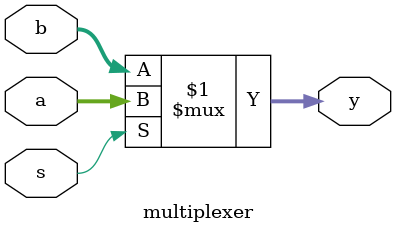
<source format=v>
module multiplexer
  #(parameter width = 8)
(input [width-1:0] a,b,
       input s,                       
       output [width-1:0] y);
assign y = s ? a:b;
endmodule

</source>
